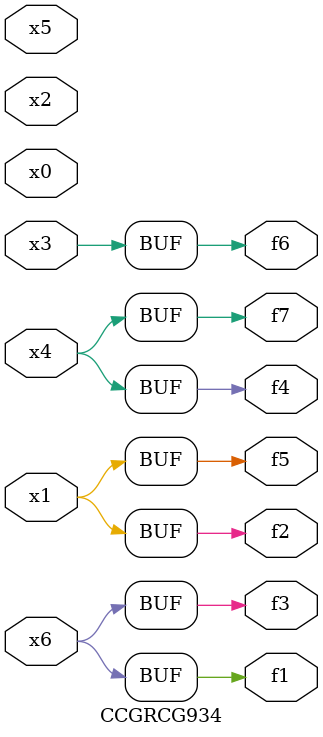
<source format=v>
module CCGRCG934(
	input x0, x1, x2, x3, x4, x5, x6,
	output f1, f2, f3, f4, f5, f6, f7
);
	assign f1 = x6;
	assign f2 = x1;
	assign f3 = x6;
	assign f4 = x4;
	assign f5 = x1;
	assign f6 = x3;
	assign f7 = x4;
endmodule

</source>
